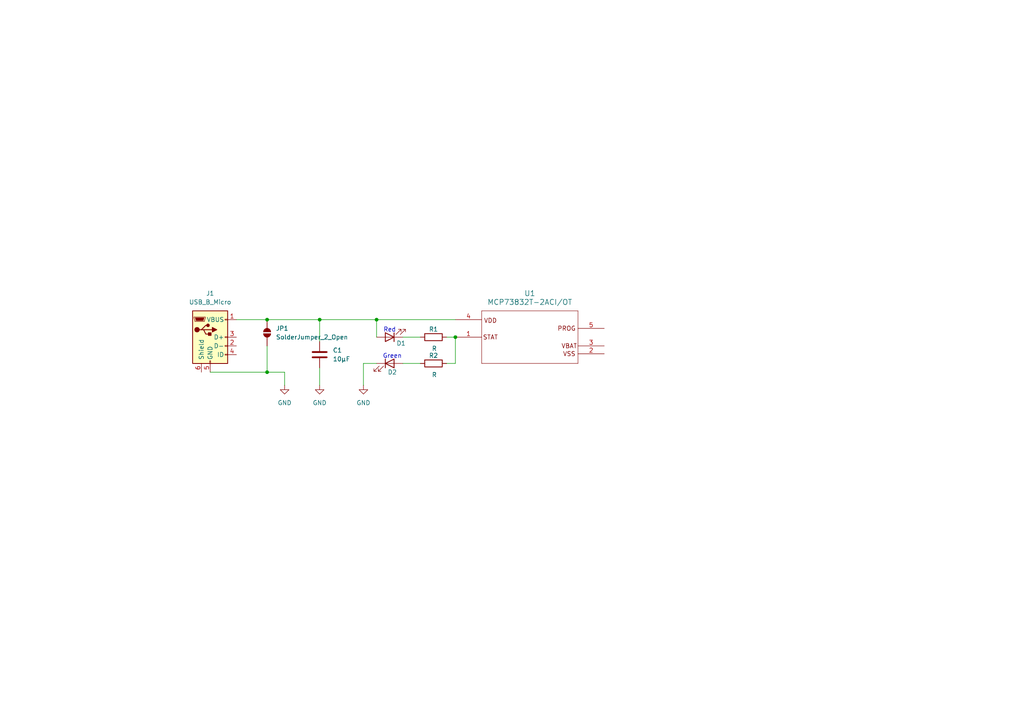
<source format=kicad_sch>
(kicad_sch (version 20231120) (generator "eeschema") (generator_version "8.0")
  (paper "A4")
  (lib_symbols
    (symbol "AdafruitMC:MCP73832T-2ACI_OT" (pin_names (offset 0.254))
      (property "Reference" "U1" (at 21.59 10.16 0))
      (property "Value" "MCP73832T-2ACI/OT" (at 21.59 7.62 0))
      (symbol "MCP73832T-2ACI_OT_0_1"
        (polyline (pts (xy 7.62 -10.16) (xy 35.56 -10.16)) (stroke (width 0.127)))
        (polyline (pts (xy 7.62 5.08) (xy 7.62 -10.16)) (stroke (width 0.127)))
        (polyline (pts (xy 35.56 -10.16) (xy 35.56 5.08)) (stroke (width 0.127)))
        (polyline (pts (xy 35.56 5.08) (xy 7.62 5.08)) (stroke (width 0.127)))
        (pin unspecified line (at 0 -2.54 0) (length 7.62) (name "") (number "1"))
        (pin unspecified line (at 43.18 -7.366 180) (length 7.62) (name "") (number "2"))
        (pin unspecified line (at 43.18 -5.08 180) (length 7.62) (name "") (number "3"))
        (pin unspecified line (at 0 2.54 0) (length 7.62) (name "") (number "4"))
        (pin unspecified line (at 43.18 0 180) (length 7.62) (name "") (number "5"))
      )
      (symbol "MCP73832T-2ACI_OT_1_1"
        (text "PROG\n" (at 32.258 0 0) (effects (font (size 1.27 1.27))))
        (text "STAT\n" (at 10.16 -2.54 0) (effects (font (size 1.27 1.27))))
        (text "VBAT\n" (at 33.02 -5.08 0) (effects (font (size 1.27 1.27))))
        (text "VDD\n" (at 10.16 2.286 0) (effects (font (size 1.27 1.27))))
        (text "VSS\n" (at 33.02 -7.366 0) (effects (font (size 1.27 1.27))))
      )
    )
    (symbol "Connector:USB_B_Micro" (pin_names (offset 1.016))
      (property "Reference" "J" (at -5.08 11.43 0))
      (property "Value" "USB_B_Micro" (at -5.08 8.89 0))
      (symbol "USB_B_Micro_0_1"
        (rectangle (start -5.08 -7.62) (end 5.08 7.62) (stroke (width 0.254)) (fill (type background)))
        (circle (center -3.81 2.159) (radius 0.635) (stroke (width 0.254)) (fill (type outline)))
        (circle (center -0.635 3.429) (radius 0.381) (stroke (width 0.254)) (fill (type outline)))
        (rectangle (start -0.127 -7.62) (end 0.127 -6.858))
        (polyline (pts (xy -1.905 2.159) (xy 0.635 2.159)) (stroke (width 0.254)))
        (polyline (pts (xy -3.175 2.159) (xy -2.54 2.159) (xy -1.27 3.429) (xy -0.635 3.429)) (stroke (width 0.254)))
        (polyline (pts (xy -2.54 2.159) (xy -1.905 2.159) (xy -1.27 0.889) (xy 0 0.889)) (stroke (width 0.254)))
        (polyline (pts (xy 0.635 2.794) (xy 0.635 1.524) (xy 1.905 2.159) (xy 0.635 2.794)) (stroke (width 0.254)) (fill (type outline)))
        (polyline (pts (xy -4.318 5.588) (xy -1.778 5.588) (xy -2.032 4.826) (xy -4.064 4.826) (xy -4.318 5.588)) (fill (type outline)))
        (polyline (pts (xy -4.699 5.842) (xy -4.699 5.588) (xy -4.445 4.826) (xy -4.445 4.572) (xy -1.651 4.572) (xy -1.651 4.826) (xy -1.397 5.588) (xy -1.397 5.842) (xy -4.699 5.842)))
        (rectangle (start 0.254 1.27) (end -0.508 0.508) (stroke (width 0.254)) (fill (type outline)))
        (rectangle (start 5.08 -5.207) (end 4.318 -4.953))
        (rectangle (start 5.08 -2.667) (end 4.318 -2.413))
        (rectangle (start 5.08 -0.127) (end 4.318 0.127))
        (rectangle (start 5.08 4.953) (end 4.318 5.207))
      )
      (symbol "USB_B_Micro_1_1"
        (pin power_out line (at 7.62 5.08 180) (length 2.54) (name "VBUS") (number "1"))
        (pin bidirectional line (at 7.62 -2.54 180) (length 2.54) (name "D-") (number "2"))
        (pin bidirectional line (at 7.62 0 180) (length 2.54) (name "D+") (number "3"))
        (pin passive line (at 7.62 -5.08 180) (length 2.54) (name "ID") (number "4"))
        (pin power_out line (at 0 -10.16 90) (length 2.54) (name "GND") (number "5"))
        (pin passive line (at -2.54 -10.16 90) (length 2.54) (name "Shield") (number "6"))
      )
    )
    (symbol "Device:C" (pin_numbers hide) (pin_names (offset 0.254))
      (property "Reference" "C" (at 0.635 2.54 0))
      (property "Value" "C" (at 0.635 -2.54 0))
      (symbol "C_0_1"
        (polyline (pts (xy -2.032 -0.762) (xy 2.032 -0.762)) (stroke (width 0.508)))
        (polyline (pts (xy -2.032 0.762) (xy 2.032 0.762)) (stroke (width 0.508)))
      )
      (symbol "C_1_1"
        (pin passive line (at 0 3.81 270) (length 2.794) (name "~") (number "1"))
        (pin passive line (at 0 -3.81 90) (length 2.794) (name "~") (number "2"))
      )
    )
    (symbol "Device:LED" (pin_numbers hide) (pin_names (offset 1.016) hide)
      (property "Reference" "D" (at 0 2.54 0))
      (property "Value" "LED" (at 0 -2.54 0))
      (symbol "LED_0_1"
        (polyline (pts (xy -1.27 -1.27) (xy -1.27 1.27)) (stroke (width 0.254)))
        (polyline (pts (xy -1.27 0) (xy 1.27 0)))
        (polyline (pts (xy 1.27 -1.27) (xy 1.27 1.27) (xy -1.27 0) (xy 1.27 -1.27)) (stroke (width 0.254)))
        (polyline (pts (xy -3.048 -0.762) (xy -4.572 -2.286) (xy -3.81 -2.286) (xy -4.572 -2.286) (xy -4.572 -1.524)))
        (polyline (pts (xy -1.778 -0.762) (xy -3.302 -2.286) (xy -2.54 -2.286) (xy -3.302 -2.286) (xy -3.302 -1.524)))
      )
      (symbol "LED_1_1"
        (pin passive line (at -3.81 0 0) (length 2.54) (name "K") (number "1"))
        (pin passive line (at 3.81 0 180) (length 2.54) (name "A") (number "2"))
      )
    )
    (symbol "Device:R" (pin_numbers hide) (pin_names (offset 0))
      (property "Reference" "R" (at 2.032 0 90))
      (property "Value" "R" (at 0 0 90))
      (symbol "R_0_1"
        (rectangle (start -1.016 -2.54) (end 1.016 2.54) (stroke (width 0.254)))
      )
      (symbol "R_1_1"
        (pin passive line (at 0 3.81 270) (length 1.27) (name "~") (number "1"))
        (pin passive line (at 0 -3.81 90) (length 1.27) (name "~") (number "2"))
      )
    )
    (symbol "Jumper:SolderJumper_2_Open" (pin_numbers hide) (pin_names (offset 0) hide) (exclude_from_sim yes) (in_bom no)
      (property "Reference" "JP" (at 0 2.032 0))
      (property "Value" "SolderJumper_2_Open" (at 0 -2.54 0))
      (symbol "SolderJumper_2_Open_0_1"
        (arc (start -0.254 1.016) (mid -1.2656 0) (end -0.254 -1.016))
        (arc (start -0.254 1.016) (mid -1.2656 0) (end -0.254 -1.016) (fill (type outline)))
        (polyline (pts (xy -0.254 1.016) (xy -0.254 -1.016)))
        (polyline (pts (xy 0.254 1.016) (xy 0.254 -1.016)))
        (arc (start 0.254 -1.016) (mid 1.2656 0) (end 0.254 1.016))
        (arc (start 0.254 -1.016) (mid 1.2656 0) (end 0.254 1.016) (fill (type outline)))
      )
      (symbol "SolderJumper_2_Open_1_1"
        (pin passive line (at -3.81 0 0) (length 2.54) (name "A") (number "1"))
        (pin passive line (at 3.81 0 180) (length 2.54) (name "B") (number "2"))
      )
    )
    (symbol "power:GND" (power) (pin_numbers hide) (pin_names (offset 0) hide)
      (property "Value" "GND" (at 0 -3.81 0))
      (symbol "GND_0_1"
        (polyline (pts (xy 0 0) (xy 0 -1.27) (xy 1.27 -1.27) (xy 0 -2.54) (xy -1.27 -1.27) (xy 0 -1.27)))
      )
      (symbol "GND_1_1"
        (pin power_in line (at 0 0 270) (length 0) (name "~") (number "1"))
      )
    )
  )
  (junction (at 77.47 92.71))
  (junction (at 132.08 97.79))
  (junction (at 77.47 107.95))
  (junction (at 92.71 92.71))
  (junction (at 109.22 92.71))
  (wire (pts (xy 105.41 105.41) (xy 105.41 111.76)))
  (wire (pts (xy 109.22 92.71) (xy 109.22 97.79)))
  (wire (pts (xy 77.47 100.33) (xy 77.47 107.95)))
  (wire (pts (xy 129.54 97.79) (xy 132.08 97.79)))
  (wire (pts (xy 92.71 106.68) (xy 92.71 111.76)))
  (wire (pts (xy 92.71 92.71) (xy 92.71 99.06)))
  (wire (pts (xy 116.84 105.41) (xy 121.92 105.41)))
  (wire (pts (xy 68.58 92.71) (xy 77.47 92.71)))
  (wire (pts (xy 109.22 105.41) (xy 105.41 105.41)))
  (wire (pts (xy 77.47 107.95) (xy 82.55 107.95)))
  (wire (pts (xy 129.54 105.41) (xy 132.08 105.41)))
  (wire (pts (xy 116.84 97.79) (xy 121.92 97.79)))
  (wire (pts (xy 82.55 107.95) (xy 82.55 111.76)))
  (wire (pts (xy 77.47 92.71) (xy 92.71 92.71)))
  (wire (pts (xy 132.08 97.79) (xy 132.08 105.41)))
  (wire (pts (xy 60.96 107.95) (xy 77.47 107.95)))
  (wire (pts (xy 109.22 92.71) (xy 92.71 92.71)))
  (wire (pts (xy 132.08 92.71) (xy 109.22 92.71)))
  (text "Green\n" (at 113.792 103.378 0) (effects (font (size 1.27 1.27))))
  (text "Red" (at 113.03 95.758 0) (effects (font (size 1.27 1.27))))
  (symbol (lib_id "power:GND") (at 82.55 111.76 0) (unit 1)
    (property "Reference" "#PWR01" (effects (hide yes)))
    (property "Value" "GND" (at 82.55 116.84 0))
    (property "Description" "Power symbol creates a global label with name \"GND\" , ground" (effects (hide yes)))
  )
  (symbol (lib_id "Connector:USB_B_Micro") (at 60.96 97.79 0) (unit 1)
    (property "Reference" "J1" (at 60.96 85.09 0))
    (property "Value" "USB_B_Micro" (at 60.96 87.63 0))
    (property "Description" "USB Micro Type B connector" (effects (hide yes)))
  )
  (symbol (lib_id "AdafruitMC:MCP73832T-2ACI_OT") (at 132.08 95.25 0) (unit 1)
    (property "Reference" "U1" (at 153.67 85.09 0) (effects (font (size 1.524 1.524))))
    (property "Value" "MCP73832T-2ACI/OT" (at 153.67 87.63 0) (effects (font (size 1.524 1.524))))
    (property "Footprint" "SOT-23-5_MC_MCH" (effects (hide yes)))
    (property "Datasheet" "MCP73832T-2ACI/OT" (effects (hide yes)))
  )
  (symbol (lib_id "Device:LED") (at 113.03 97.79 180) (unit 1)
    (property "Reference" "D1" (at 116.332 99.568 0))
    (property "Value" "LED" (effects (hide yes)))
    (property "Description" "Light emitting diode" (effects (hide yes)))
  )
  (symbol (lib_id "Jumper:SolderJumper_2_Open") (at 77.47 96.52 90) (unit 1) (exclude_from_sim yes) (in_bom no)
    (property "Reference" "JP1" (at 80.01 95.2499 90) (effects (justify right)))
    (property "Value" "SolderJumper_2_Open" (at 80.01 97.7899 90) (effects (justify right)))
    (property "Description" "Solder Jumper, 2-pole, open" (effects (hide yes)))
  )
  (symbol (lib_id "Device:R") (at 125.73 105.41 90) (unit 1)
    (property "Reference" "R2" (at 125.73 103.124 90))
    (property "Value" "R" (at 125.984 108.712 90))
    (property "Description" "Resistor" (effects (hide yes)))
  )
  (symbol (lib_id "power:GND") (at 105.41 111.76 0) (unit 1)
    (property "Reference" "#PWR03" (effects (hide yes)))
    (property "Value" "GND" (at 105.41 116.84 0))
    (property "Description" "Power symbol creates a global label with name \"GND\" , ground" (effects (hide yes)))
  )
  (symbol (lib_id "power:GND") (at 92.71 111.76 0) (unit 1)
    (property "Reference" "#PWR02" (effects (hide yes)))
    (property "Value" "GND" (at 92.71 116.84 0))
    (property "Description" "Power symbol creates a global label with name \"GND\" , ground" (effects (hide yes)))
  )
  (symbol (lib_id "Device:C") (at 92.71 102.87 0) (unit 1)
    (property "Reference" "C1" (at 96.52 101.5999 0) (effects (justify left)))
    (property "Value" "10μF" (at 96.52 104.1399 0) (effects (justify left)))
    (property "Description" "Unpolarized capacitor" (effects (hide yes)))
  )
  (symbol (lib_id "Device:LED") (at 113.03 105.41 0) (unit 1)
    (property "Reference" "D2" (at 113.792 107.95 0))
    (property "Value" "LED" (effects (hide yes)))
    (property "Description" "Light emitting diode" (effects (hide yes)))
  )
  (symbol (lib_id "Device:R") (at 125.73 97.79 90) (unit 1)
    (property "Reference" "R1" (at 125.73 95.504 90))
    (property "Value" "R" (at 125.984 101.092 90))
    (property "Description" "Resistor" (effects (hide yes)))
  )
)
</source>
